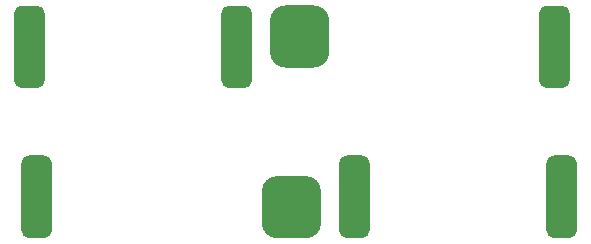
<source format=gtp>
%TF.GenerationSoftware,KiCad,Pcbnew,(5.1.9-0-10_14)*%
%TF.CreationDate,2021-08-19T21:40:44-05:00*%
%TF.ProjectId,OwlSat_Official,4f776c53-6174-45f4-9f66-66696369616c,4*%
%TF.SameCoordinates,Original*%
%TF.FileFunction,Paste,Top*%
%TF.FilePolarity,Positive*%
%FSLAX46Y46*%
G04 Gerber Fmt 4.6, Leading zero omitted, Abs format (unit mm)*
G04 Created by KiCad (PCBNEW (5.1.9-0-10_14)) date 2021-08-19 21:40:44*
%MOMM*%
%LPD*%
G01*
G04 APERTURE LIST*
G04 APERTURE END LIST*
%TO.C,U1*%
G36*
G01*
X127450000Y-85660000D02*
X127450000Y-91360000D01*
G75*
G02*
X126800000Y-92010000I-650000J0D01*
G01*
X125500000Y-92010000D01*
G75*
G02*
X124850000Y-91360000I0J650000D01*
G01*
X124850000Y-85660000D01*
G75*
G02*
X125500000Y-85010000I650000J0D01*
G01*
X126800000Y-85010000D01*
G75*
G02*
X127450000Y-85660000I0J-650000D01*
G01*
G37*
G36*
G01*
X145000000Y-85660000D02*
X145000000Y-91360000D01*
G75*
G02*
X144350000Y-92010000I-650000J0D01*
G01*
X143050000Y-92010000D01*
G75*
G02*
X142400000Y-91360000I0J650000D01*
G01*
X142400000Y-85660000D01*
G75*
G02*
X143050000Y-85010000I650000J0D01*
G01*
X144350000Y-85010000D01*
G75*
G02*
X145000000Y-85660000I0J-650000D01*
G01*
G37*
G36*
G01*
X151530000Y-86255000D02*
X151530000Y-89005000D01*
G75*
G02*
X150280000Y-90255000I-1250000J0D01*
G01*
X147780000Y-90255000D01*
G75*
G02*
X146530000Y-89005000I0J1250000D01*
G01*
X146530000Y-86255000D01*
G75*
G02*
X147780000Y-85005000I1250000J0D01*
G01*
X150280000Y-85005000D01*
G75*
G02*
X151530000Y-86255000I0J-1250000D01*
G01*
G37*
G36*
G01*
X171900000Y-85660000D02*
X171900000Y-91360000D01*
G75*
G02*
X171250000Y-92010000I-650000J0D01*
G01*
X169950000Y-92010000D01*
G75*
G02*
X169300000Y-91360000I0J650000D01*
G01*
X169300000Y-85660000D01*
G75*
G02*
X169950000Y-85010000I650000J0D01*
G01*
X171250000Y-85010000D01*
G75*
G02*
X171900000Y-85660000I0J-650000D01*
G01*
G37*
%TD*%
%TO.C,U2*%
G36*
G01*
X125460000Y-104050000D02*
X125460000Y-98350000D01*
G75*
G02*
X126110000Y-97700000I650000J0D01*
G01*
X127410000Y-97700000D01*
G75*
G02*
X128060000Y-98350000I0J-650000D01*
G01*
X128060000Y-104050000D01*
G75*
G02*
X127410000Y-104700000I-650000J0D01*
G01*
X126110000Y-104700000D01*
G75*
G02*
X125460000Y-104050000I0J650000D01*
G01*
G37*
G36*
G01*
X145830000Y-103455000D02*
X145830000Y-100705000D01*
G75*
G02*
X147080000Y-99455000I1250000J0D01*
G01*
X149580000Y-99455000D01*
G75*
G02*
X150830000Y-100705000I0J-1250000D01*
G01*
X150830000Y-103455000D01*
G75*
G02*
X149580000Y-104705000I-1250000J0D01*
G01*
X147080000Y-104705000D01*
G75*
G02*
X145830000Y-103455000I0J1250000D01*
G01*
G37*
G36*
G01*
X152360000Y-104050000D02*
X152360000Y-98350000D01*
G75*
G02*
X153010000Y-97700000I650000J0D01*
G01*
X154310000Y-97700000D01*
G75*
G02*
X154960000Y-98350000I0J-650000D01*
G01*
X154960000Y-104050000D01*
G75*
G02*
X154310000Y-104700000I-650000J0D01*
G01*
X153010000Y-104700000D01*
G75*
G02*
X152360000Y-104050000I0J650000D01*
G01*
G37*
G36*
G01*
X169910000Y-104050000D02*
X169910000Y-98350000D01*
G75*
G02*
X170560000Y-97700000I650000J0D01*
G01*
X171860000Y-97700000D01*
G75*
G02*
X172510000Y-98350000I0J-650000D01*
G01*
X172510000Y-104050000D01*
G75*
G02*
X171860000Y-104700000I-650000J0D01*
G01*
X170560000Y-104700000D01*
G75*
G02*
X169910000Y-104050000I0J650000D01*
G01*
G37*
%TD*%
M02*

</source>
